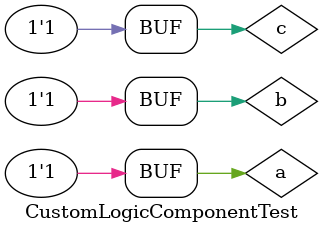
<source format=v>
`timescale 1ns / 1ps


module CustomLogicComponentTest;

	// Inputs
	reg a;
	reg b;
	reg c;

	// Outputs
	wire f;

	// Instantiate the Unit Under Test (UUT)
	CustomLogicComponent uut (
		.a(a), 
		.b(b), 
		.c(c), 
		.f(f)
	);

	initial begin
		// Initialize Inputs
		a = 0;
		b = 0;
		c = 0;

		// Wait 100 ns for global reset to finish
		#100;
        a = 0;
		b = 0;
		c = 1;
		// Add stimulus here

		#100;
        a = 0;
		b = 1;
		c = 0;

		#100;
        a = 0;
		b = 1;
		c = 1;

		#100;
        a = 1;
		b = 0;
		c = 0;

		#100;
        a = 1;
		b = 0;
		c = 1;

		#100;
        a = 1;
		b = 1;
		c = 0;

		#100;
        a = 1;
		b = 1;
		c = 1;
	end

	initial begin
		$monitor("%d %d %d | %d", a, b, c, f);
	end
      
endmodule


</source>
